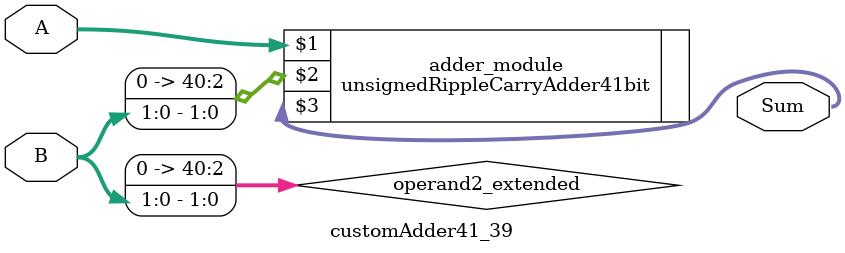
<source format=v>
module customAdder41_39(
                        input [40 : 0] A,
                        input [1 : 0] B,
                        
                        output [41 : 0] Sum
                );

        wire [40 : 0] operand2_extended;
        
        assign operand2_extended =  {39'b0, B};
        
        unsignedRippleCarryAdder41bit adder_module(
            A,
            operand2_extended,
            Sum
        );
        
        endmodule
        
</source>
